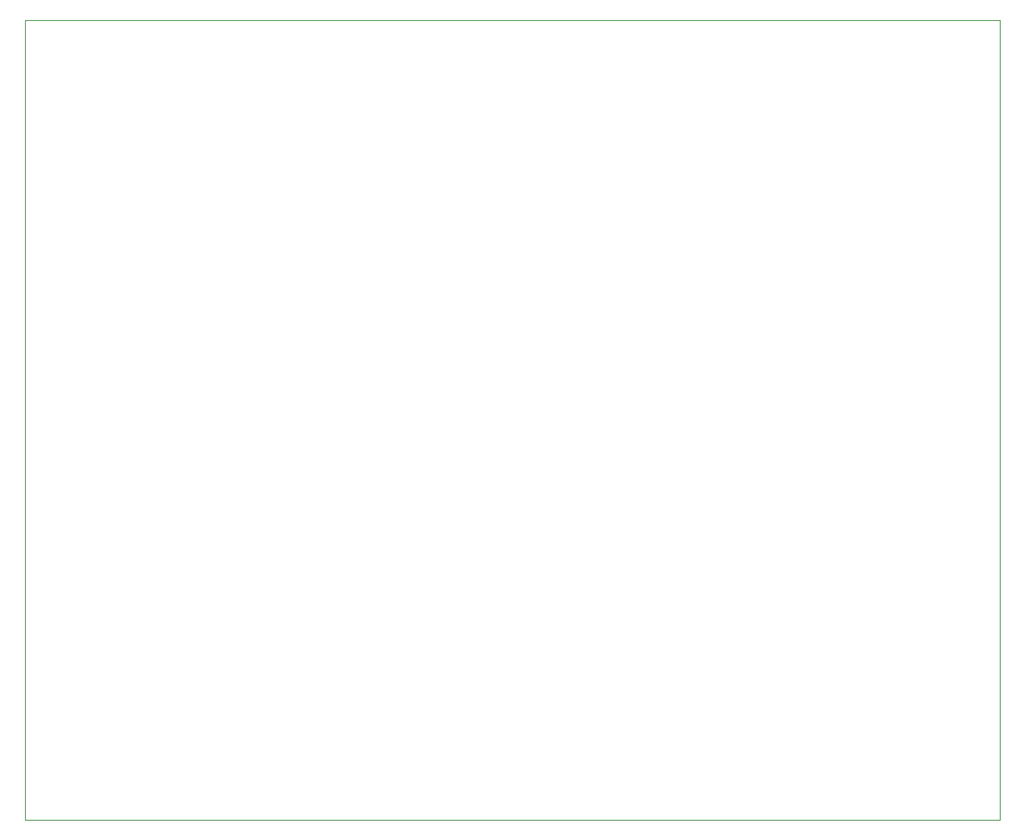
<source format=gm1>
G04 #@! TF.GenerationSoftware,KiCad,Pcbnew,8.0.8*
G04 #@! TF.CreationDate,2025-06-27T16:28:27-04:00*
G04 #@! TF.ProjectId,multimeter,6d756c74-696d-4657-9465-722e6b696361,rev?*
G04 #@! TF.SameCoordinates,Original*
G04 #@! TF.FileFunction,Profile,NP*
%FSLAX46Y46*%
G04 Gerber Fmt 4.6, Leading zero omitted, Abs format (unit mm)*
G04 Created by KiCad (PCBNEW 8.0.8) date 2025-06-27 16:28:27*
%MOMM*%
%LPD*%
G01*
G04 APERTURE LIST*
G04 #@! TA.AperFunction,Profile*
%ADD10C,0.050000*%
G04 #@! TD*
G04 APERTURE END LIST*
D10*
X-4998837Y72972288D02*
X97361163Y72972288D01*
X97361163Y-11027712D01*
X-4998837Y-11027712D01*
X-4998837Y72972288D01*
M02*

</source>
